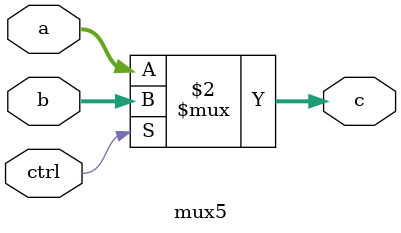
<source format=v>
`timescale 1ns / 1ps
module mux5(
input [4:0]a,b,
output [4:0]c,
input wire ctrl
    );
	assign c=(ctrl==0)?a:b;
endmodule

</source>
